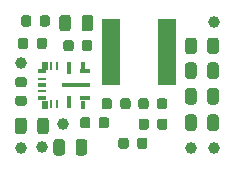
<source format=gbr>
G04 #@! TF.GenerationSoftware,KiCad,Pcbnew,(5.1.9)-1*
G04 #@! TF.CreationDate,2021-08-28T05:14:42+03:00*
G04 #@! TF.ProjectId,Strobe_Module,5374726f-6265-45f4-9d6f-64756c652e6b,0000*
G04 #@! TF.SameCoordinates,Original*
G04 #@! TF.FileFunction,Soldermask,Top*
G04 #@! TF.FilePolarity,Negative*
%FSLAX46Y46*%
G04 Gerber Fmt 4.6, Leading zero omitted, Abs format (unit mm)*
G04 Created by KiCad (PCBNEW (5.1.9)-1) date 2021-08-28 05:14:42*
%MOMM*%
%LPD*%
G01*
G04 APERTURE LIST*
%ADD10C,0.100000*%
%ADD11C,1.000000*%
%ADD12R,1.600000X5.700000*%
%ADD13R,0.711200X0.254000*%
%ADD14R,0.711200X0.304800*%
%ADD15R,0.254000X0.711200*%
%ADD16R,0.406400X0.990600*%
%ADD17R,0.812800X0.406400*%
%ADD18R,2.387600X0.406400*%
%ADD19R,0.711200X0.406400*%
G04 APERTURE END LIST*
D10*
G36*
X1041400000Y-1001660400D02*
G01*
X1041400000Y-1001058001D01*
X1041044400Y-1001058001D01*
X1041044400Y-1001660400D01*
X1041400000Y-1001660400D01*
G37*
X1041400000Y-1001660400D02*
X1041400000Y-1001058001D01*
X1041044400Y-1001058001D01*
X1041044400Y-1001660400D01*
X1041400000Y-1001660400D01*
G36*
X1041400000Y-1004366800D02*
G01*
X1041400000Y-1004969199D01*
X1041044400Y-1004969199D01*
X1041044400Y-1004366800D01*
X1041400000Y-1004366800D01*
G37*
X1041400000Y-1004366800D02*
X1041400000Y-1004969199D01*
X1041044400Y-1004969199D01*
X1041044400Y-1004366800D01*
X1041400000Y-1004366800D01*
G36*
X1044287998Y-1004366800D02*
G01*
X1044287998Y-1004958900D01*
X1044605498Y-1004958900D01*
X1044605498Y-1004366800D01*
X1044287998Y-1004366800D01*
G37*
X1044287998Y-1004366800D02*
X1044287998Y-1004958900D01*
X1044605498Y-1004958900D01*
X1044605498Y-1004366800D01*
X1044287998Y-1004366800D01*
G36*
X1044287998Y-1001660400D02*
G01*
X1044287998Y-1001068300D01*
X1044605498Y-1001068300D01*
X1044605498Y-1001660400D01*
X1044287998Y-1001660400D01*
G37*
X1044287998Y-1001660400D02*
X1044287998Y-1001068300D01*
X1044605498Y-1001068300D01*
X1044605498Y-1001660400D01*
X1044287998Y-1001660400D01*
G36*
G01*
X1038984750Y-1003929300D02*
X1039497250Y-1003929300D01*
G75*
G02*
X1039716000Y-1004148050I0J-218750D01*
G01*
X1039716000Y-1004585550D01*
G75*
G02*
X1039497250Y-1004804300I-218750J0D01*
G01*
X1038984750Y-1004804300D01*
G75*
G02*
X1038766000Y-1004585550I0J218750D01*
G01*
X1038766000Y-1004148050D01*
G75*
G02*
X1038984750Y-1003929300I218750J0D01*
G01*
G37*
G36*
G01*
X1038984750Y-1002354300D02*
X1039497250Y-1002354300D01*
G75*
G02*
X1039716000Y-1002573050I0J-218750D01*
G01*
X1039716000Y-1003010550D01*
G75*
G02*
X1039497250Y-1003229300I-218750J0D01*
G01*
X1038984750Y-1003229300D01*
G75*
G02*
X1038766000Y-1003010550I0J218750D01*
G01*
X1038766000Y-1002573050D01*
G75*
G02*
X1038984750Y-1002354300I218750J0D01*
G01*
G37*
G36*
G01*
X1045341900Y-997331950D02*
X1045341900Y-998244450D01*
G75*
G02*
X1045098150Y-998488200I-243750J0D01*
G01*
X1044610650Y-998488200D01*
G75*
G02*
X1044366900Y-998244450I0J243750D01*
G01*
X1044366900Y-997331950D01*
G75*
G02*
X1044610650Y-997088200I243750J0D01*
G01*
X1045098150Y-997088200D01*
G75*
G02*
X1045341900Y-997331950I0J-243750D01*
G01*
G37*
G36*
G01*
X1043466900Y-997331950D02*
X1043466900Y-998244450D01*
G75*
G02*
X1043223150Y-998488200I-243750J0D01*
G01*
X1042735650Y-998488200D01*
G75*
G02*
X1042491900Y-998244450I0J243750D01*
G01*
X1042491900Y-997331950D01*
G75*
G02*
X1042735650Y-997088200I243750J0D01*
G01*
X1043223150Y-997088200D01*
G75*
G02*
X1043466900Y-997331950I0J-243750D01*
G01*
G37*
G36*
G01*
X1041983900Y-1008760050D02*
X1041983900Y-1007847550D01*
G75*
G02*
X1042227650Y-1007603800I243750J0D01*
G01*
X1042715150Y-1007603800D01*
G75*
G02*
X1042958900Y-1007847550I0J-243750D01*
G01*
X1042958900Y-1008760050D01*
G75*
G02*
X1042715150Y-1009003800I-243750J0D01*
G01*
X1042227650Y-1009003800D01*
G75*
G02*
X1041983900Y-1008760050I0J243750D01*
G01*
G37*
G36*
G01*
X1043858900Y-1008760050D02*
X1043858900Y-1007847550D01*
G75*
G02*
X1044102650Y-1007603800I243750J0D01*
G01*
X1044590150Y-1007603800D01*
G75*
G02*
X1044833900Y-1007847550I0J-243750D01*
G01*
X1044833900Y-1008760050D01*
G75*
G02*
X1044590150Y-1009003800I-243750J0D01*
G01*
X1044102650Y-1009003800D01*
G75*
G02*
X1043858900Y-1008760050I0J243750D01*
G01*
G37*
G36*
G01*
X1045266500Y-999436950D02*
X1045266500Y-999949450D01*
G75*
G02*
X1045047750Y-1000168200I-218750J0D01*
G01*
X1044610250Y-1000168200D01*
G75*
G02*
X1044391500Y-999949450I0J218750D01*
G01*
X1044391500Y-999436950D01*
G75*
G02*
X1044610250Y-999218200I218750J0D01*
G01*
X1045047750Y-999218200D01*
G75*
G02*
X1045266500Y-999436950I0J-218750D01*
G01*
G37*
G36*
G01*
X1043691500Y-999436950D02*
X1043691500Y-999949450D01*
G75*
G02*
X1043472750Y-1000168200I-218750J0D01*
G01*
X1043035250Y-1000168200D01*
G75*
G02*
X1042816500Y-999949450I0J218750D01*
G01*
X1042816500Y-999436950D01*
G75*
G02*
X1043035250Y-999218200I218750J0D01*
G01*
X1043472750Y-999218200D01*
G75*
G02*
X1043691500Y-999436950I0J-218750D01*
G01*
G37*
G36*
G01*
X1055009500Y-1004442050D02*
X1055009500Y-1003529550D01*
G75*
G02*
X1055253250Y-1003285800I243750J0D01*
G01*
X1055740750Y-1003285800D01*
G75*
G02*
X1055984500Y-1003529550I0J-243750D01*
G01*
X1055984500Y-1004442050D01*
G75*
G02*
X1055740750Y-1004685800I-243750J0D01*
G01*
X1055253250Y-1004685800D01*
G75*
G02*
X1055009500Y-1004442050I0J243750D01*
G01*
G37*
G36*
G01*
X1053134500Y-1004442050D02*
X1053134500Y-1003529550D01*
G75*
G02*
X1053378250Y-1003285800I243750J0D01*
G01*
X1053865750Y-1003285800D01*
G75*
G02*
X1054109500Y-1003529550I0J-243750D01*
G01*
X1054109500Y-1004442050D01*
G75*
G02*
X1053865750Y-1004685800I-243750J0D01*
G01*
X1053378250Y-1004685800D01*
G75*
G02*
X1053134500Y-1004442050I0J243750D01*
G01*
G37*
G36*
G01*
X1053132200Y-1006677250D02*
X1053132200Y-1005764750D01*
G75*
G02*
X1053375950Y-1005521000I243750J0D01*
G01*
X1053863450Y-1005521000D01*
G75*
G02*
X1054107200Y-1005764750I0J-243750D01*
G01*
X1054107200Y-1006677250D01*
G75*
G02*
X1053863450Y-1006921000I-243750J0D01*
G01*
X1053375950Y-1006921000D01*
G75*
G02*
X1053132200Y-1006677250I0J243750D01*
G01*
G37*
G36*
G01*
X1055007200Y-1006677250D02*
X1055007200Y-1005764750D01*
G75*
G02*
X1055250950Y-1005521000I243750J0D01*
G01*
X1055738450Y-1005521000D01*
G75*
G02*
X1055982200Y-1005764750I0J-243750D01*
G01*
X1055982200Y-1006677250D01*
G75*
G02*
X1055738450Y-1006921000I-243750J0D01*
G01*
X1055250950Y-1006921000D01*
G75*
G02*
X1055007200Y-1006677250I0J243750D01*
G01*
G37*
G36*
G01*
X1053134500Y-1002283050D02*
X1053134500Y-1001370550D01*
G75*
G02*
X1053378250Y-1001126800I243750J0D01*
G01*
X1053865750Y-1001126800D01*
G75*
G02*
X1054109500Y-1001370550I0J-243750D01*
G01*
X1054109500Y-1002283050D01*
G75*
G02*
X1053865750Y-1002526800I-243750J0D01*
G01*
X1053378250Y-1002526800D01*
G75*
G02*
X1053134500Y-1002283050I0J243750D01*
G01*
G37*
G36*
G01*
X1055009500Y-1002283050D02*
X1055009500Y-1001370550D01*
G75*
G02*
X1055253250Y-1001126800I243750J0D01*
G01*
X1055740750Y-1001126800D01*
G75*
G02*
X1055984500Y-1001370550I0J-243750D01*
G01*
X1055984500Y-1002283050D01*
G75*
G02*
X1055740750Y-1002526800I-243750J0D01*
G01*
X1055253250Y-1002526800D01*
G75*
G02*
X1055009500Y-1002283050I0J243750D01*
G01*
G37*
G36*
G01*
X1051616500Y-1004364550D02*
X1051616500Y-1004877050D01*
G75*
G02*
X1051397750Y-1005095800I-218750J0D01*
G01*
X1050960250Y-1005095800D01*
G75*
G02*
X1050741500Y-1004877050I0J218750D01*
G01*
X1050741500Y-1004364550D01*
G75*
G02*
X1050960250Y-1004145800I218750J0D01*
G01*
X1051397750Y-1004145800D01*
G75*
G02*
X1051616500Y-1004364550I0J-218750D01*
G01*
G37*
G36*
G01*
X1050041500Y-1004364550D02*
X1050041500Y-1004877050D01*
G75*
G02*
X1049822750Y-1005095800I-218750J0D01*
G01*
X1049385250Y-1005095800D01*
G75*
G02*
X1049166500Y-1004877050I0J218750D01*
G01*
X1049166500Y-1004364550D01*
G75*
G02*
X1049385250Y-1004145800I218750J0D01*
G01*
X1049822750Y-1004145800D01*
G75*
G02*
X1050041500Y-1004364550I0J-218750D01*
G01*
G37*
G36*
G01*
X1046942700Y-1004364550D02*
X1046942700Y-1004877050D01*
G75*
G02*
X1046723950Y-1005095800I-218750J0D01*
G01*
X1046286450Y-1005095800D01*
G75*
G02*
X1046067700Y-1004877050I0J218750D01*
G01*
X1046067700Y-1004364550D01*
G75*
G02*
X1046286450Y-1004145800I218750J0D01*
G01*
X1046723950Y-1004145800D01*
G75*
G02*
X1046942700Y-1004364550I0J-218750D01*
G01*
G37*
G36*
G01*
X1048517700Y-1004364550D02*
X1048517700Y-1004877050D01*
G75*
G02*
X1048298950Y-1005095800I-218750J0D01*
G01*
X1047861450Y-1005095800D01*
G75*
G02*
X1047642700Y-1004877050I0J218750D01*
G01*
X1047642700Y-1004364550D01*
G75*
G02*
X1047861450Y-1004145800I218750J0D01*
G01*
X1048298950Y-1004145800D01*
G75*
G02*
X1048517700Y-1004364550I0J-218750D01*
G01*
G37*
G36*
G01*
X1051642100Y-1006091750D02*
X1051642100Y-1006604250D01*
G75*
G02*
X1051423350Y-1006823000I-218750J0D01*
G01*
X1050985850Y-1006823000D01*
G75*
G02*
X1050767100Y-1006604250I0J218750D01*
G01*
X1050767100Y-1006091750D01*
G75*
G02*
X1050985850Y-1005873000I218750J0D01*
G01*
X1051423350Y-1005873000D01*
G75*
G02*
X1051642100Y-1006091750I0J-218750D01*
G01*
G37*
G36*
G01*
X1050067100Y-1006091750D02*
X1050067100Y-1006604250D01*
G75*
G02*
X1049848350Y-1006823000I-218750J0D01*
G01*
X1049410850Y-1006823000D01*
G75*
G02*
X1049192100Y-1006604250I0J218750D01*
G01*
X1049192100Y-1006091750D01*
G75*
G02*
X1049410850Y-1005873000I218750J0D01*
G01*
X1049848350Y-1005873000D01*
G75*
G02*
X1050067100Y-1006091750I0J-218750D01*
G01*
G37*
G36*
G01*
X1041431100Y-999259150D02*
X1041431100Y-999771650D01*
G75*
G02*
X1041212350Y-999990400I-218750J0D01*
G01*
X1040774850Y-999990400D01*
G75*
G02*
X1040556100Y-999771650I0J218750D01*
G01*
X1040556100Y-999259150D01*
G75*
G02*
X1040774850Y-999040400I218750J0D01*
G01*
X1041212350Y-999040400D01*
G75*
G02*
X1041431100Y-999259150I0J-218750D01*
G01*
G37*
G36*
G01*
X1039856100Y-999259150D02*
X1039856100Y-999771650D01*
G75*
G02*
X1039637350Y-999990400I-218750J0D01*
G01*
X1039199850Y-999990400D01*
G75*
G02*
X1038981100Y-999771650I0J218750D01*
G01*
X1038981100Y-999259150D01*
G75*
G02*
X1039199850Y-999040400I218750J0D01*
G01*
X1039637350Y-999040400D01*
G75*
G02*
X1039856100Y-999259150I0J-218750D01*
G01*
G37*
G36*
G01*
X1044238900Y-1006477250D02*
X1044238900Y-1005964750D01*
G75*
G02*
X1044457650Y-1005746000I218750J0D01*
G01*
X1044895150Y-1005746000D01*
G75*
G02*
X1045113900Y-1005964750I0J-218750D01*
G01*
X1045113900Y-1006477250D01*
G75*
G02*
X1044895150Y-1006696000I-218750J0D01*
G01*
X1044457650Y-1006696000D01*
G75*
G02*
X1044238900Y-1006477250I0J218750D01*
G01*
G37*
G36*
G01*
X1045813900Y-1006477250D02*
X1045813900Y-1005964750D01*
G75*
G02*
X1046032650Y-1005746000I218750J0D01*
G01*
X1046470150Y-1005746000D01*
G75*
G02*
X1046688900Y-1005964750I0J-218750D01*
G01*
X1046688900Y-1006477250D01*
G75*
G02*
X1046470150Y-1006696000I-218750J0D01*
G01*
X1046032650Y-1006696000D01*
G75*
G02*
X1045813900Y-1006477250I0J218750D01*
G01*
G37*
D11*
X1042771600Y-1006297200D03*
X1041019000Y-1008303800D03*
X1053617400Y-1008329200D03*
X1055573200Y-997737400D03*
X1039266400Y-1001166400D03*
X1055573200Y-1008329200D03*
X1039266400Y-1008379800D03*
G36*
G01*
X1039235100Y-997866650D02*
X1039235100Y-997354150D01*
G75*
G02*
X1039453850Y-997135400I218750J0D01*
G01*
X1039891350Y-997135400D01*
G75*
G02*
X1040110100Y-997354150I0J-218750D01*
G01*
X1040110100Y-997866650D01*
G75*
G02*
X1039891350Y-998085400I-218750J0D01*
G01*
X1039453850Y-998085400D01*
G75*
G02*
X1039235100Y-997866650I0J218750D01*
G01*
G37*
G36*
G01*
X1040810100Y-997866650D02*
X1040810100Y-997354150D01*
G75*
G02*
X1041028850Y-997135400I218750J0D01*
G01*
X1041466350Y-997135400D01*
G75*
G02*
X1041685100Y-997354150I0J-218750D01*
G01*
X1041685100Y-997866650D01*
G75*
G02*
X1041466350Y-998085400I-218750J0D01*
G01*
X1041028850Y-998085400D01*
G75*
G02*
X1040810100Y-997866650I0J218750D01*
G01*
G37*
G36*
G01*
X1049940100Y-1007717350D02*
X1049940100Y-1008229850D01*
G75*
G02*
X1049721350Y-1008448600I-218750J0D01*
G01*
X1049283850Y-1008448600D01*
G75*
G02*
X1049065100Y-1008229850I0J218750D01*
G01*
X1049065100Y-1007717350D01*
G75*
G02*
X1049283850Y-1007498600I218750J0D01*
G01*
X1049721350Y-1007498600D01*
G75*
G02*
X1049940100Y-1007717350I0J-218750D01*
G01*
G37*
G36*
G01*
X1048365100Y-1007717350D02*
X1048365100Y-1008229850D01*
G75*
G02*
X1048146350Y-1008448600I-218750J0D01*
G01*
X1047708850Y-1008448600D01*
G75*
G02*
X1047490100Y-1008229850I0J218750D01*
G01*
X1047490100Y-1007717350D01*
G75*
G02*
X1047708850Y-1007498600I218750J0D01*
G01*
X1048146350Y-1007498600D01*
G75*
G02*
X1048365100Y-1007717350I0J-218750D01*
G01*
G37*
D12*
X1046885400Y-1000277400D03*
X1051585400Y-1000277400D03*
G36*
G01*
X1053134500Y-1000174850D02*
X1053134500Y-999262350D01*
G75*
G02*
X1053378250Y-999018600I243750J0D01*
G01*
X1053865750Y-999018600D01*
G75*
G02*
X1054109500Y-999262350I0J-243750D01*
G01*
X1054109500Y-1000174850D01*
G75*
G02*
X1053865750Y-1000418600I-243750J0D01*
G01*
X1053378250Y-1000418600D01*
G75*
G02*
X1053134500Y-1000174850I0J243750D01*
G01*
G37*
G36*
G01*
X1055009500Y-1000174850D02*
X1055009500Y-999262350D01*
G75*
G02*
X1055253250Y-999018600I243750J0D01*
G01*
X1055740750Y-999018600D01*
G75*
G02*
X1055984500Y-999262350I0J-243750D01*
G01*
X1055984500Y-1000174850D01*
G75*
G02*
X1055740750Y-1000418600I-243750J0D01*
G01*
X1055253250Y-1000418600D01*
G75*
G02*
X1055009500Y-1000174850I0J243750D01*
G01*
G37*
G36*
G01*
X1041582700Y-1006044150D02*
X1041582700Y-1006956650D01*
G75*
G02*
X1041338950Y-1007200400I-243750J0D01*
G01*
X1040851450Y-1007200400D01*
G75*
G02*
X1040607700Y-1006956650I0J243750D01*
G01*
X1040607700Y-1006044150D01*
G75*
G02*
X1040851450Y-1005800400I243750J0D01*
G01*
X1041338950Y-1005800400D01*
G75*
G02*
X1041582700Y-1006044150I0J-243750D01*
G01*
G37*
G36*
G01*
X1039707700Y-1006044150D02*
X1039707700Y-1006956650D01*
G75*
G02*
X1039463950Y-1007200400I-243750J0D01*
G01*
X1038976450Y-1007200400D01*
G75*
G02*
X1038732700Y-1006956650I0J243750D01*
G01*
X1038732700Y-1006044150D01*
G75*
G02*
X1038976450Y-1005800400I243750J0D01*
G01*
X1039463950Y-1005800400D01*
G75*
G02*
X1039707700Y-1006044150I0J-243750D01*
G01*
G37*
D13*
X1041044400Y-1002488600D03*
D14*
X1041044400Y-1003013600D03*
D13*
X1041044400Y-1003538600D03*
D15*
X1041769400Y-1004613599D03*
X1042269399Y-1004613599D03*
D16*
X1043344398Y-1004463600D03*
D17*
X1044694398Y-1004163600D03*
D18*
X1043894400Y-1003013600D03*
D17*
X1044694398Y-1001863600D03*
D16*
X1043344398Y-1001563600D03*
D15*
X1042269399Y-1001413601D03*
X1041769400Y-1001413601D03*
D19*
X1041044400Y-1001863600D03*
X1041044400Y-1004163600D03*
M02*

</source>
